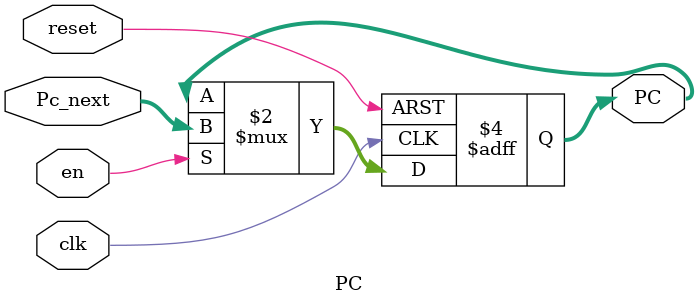
<source format=sv>
module PC (
    input clk,             // Clock signal
    input reset, en,          // Reset signal
    input [31:0] Pc_next,     // Input address
    output reg [31:0] PC // Output address
);
    // On every positive edge of the clock
    always @(posedge clk or posedge reset) begin
        if (reset) begin
            // Reset PC to 0 on reset signal
            PC <= 32'b0;
        end 
        else if(en)
    	  PC<=Pc_next;
    end
endmodule

</source>
